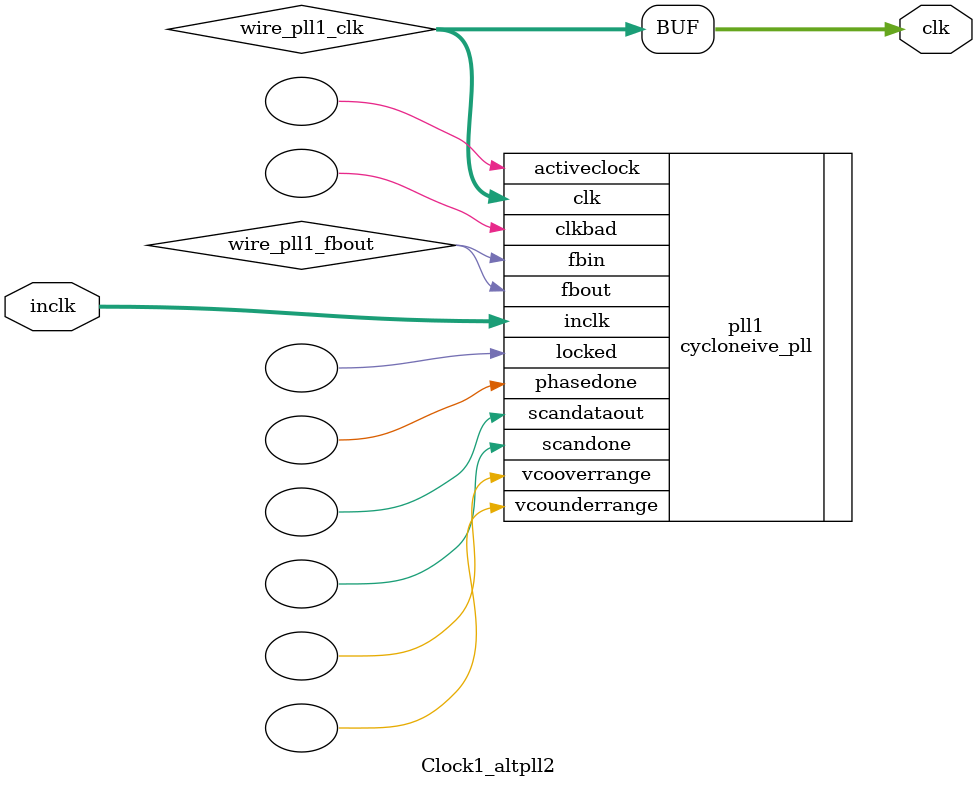
<source format=v>






//synthesis_resources = cycloneive_pll 1 
//synopsys translate_off
`timescale 1 ps / 1 ps
//synopsys translate_on
module  Clock1_altpll2
	( 
	clk,
	inclk) /* synthesis synthesis_clearbox=1 */;
	output   [4:0]  clk;
	input   [1:0]  inclk;
`ifndef ALTERA_RESERVED_QIS
// synopsys translate_off
`endif
	tri0   [1:0]  inclk;
`ifndef ALTERA_RESERVED_QIS
// synopsys translate_on
`endif

	wire  [4:0]   wire_pll1_clk;
	wire  wire_pll1_fbout;

	cycloneive_pll   pll1
	( 
	.activeclock(),
	.clk(wire_pll1_clk),
	.clkbad(),
	.fbin(wire_pll1_fbout),
	.fbout(wire_pll1_fbout),
	.inclk(inclk),
	.locked(),
	.phasedone(),
	.scandataout(),
	.scandone(),
	.vcooverrange(),
	.vcounderrange()
	`ifndef FORMAL_VERIFICATION
	// synopsys translate_off
	`endif
	,
	.areset(1'b0),
	.clkswitch(1'b0),
	.configupdate(1'b0),
	.pfdena(1'b1),
	.phasecounterselect({3{1'b0}}),
	.phasestep(1'b0),
	.phaseupdown(1'b0),
	.scanclk(1'b0),
	.scanclkena(1'b1),
	.scandata(1'b0)
	`ifndef FORMAL_VERIFICATION
	// synopsys translate_on
	`endif
	);
	defparam
		pll1.bandwidth_type = "auto",
		pll1.clk0_divide_by = 50,
		pll1.clk0_duty_cycle = 25,
		pll1.clk0_multiply_by = 1,
		pll1.clk0_phase_shift = "0",
		pll1.clk1_divide_by = 50,
		pll1.clk1_duty_cycle = 50,
		pll1.clk1_multiply_by = 1,
		pll1.clk1_phase_shift = "0",
		pll1.compensate_clock = "clk0",
		pll1.inclk0_input_frequency = 20000,
		pll1.operation_mode = "normal",
		pll1.pll_type = "auto",
		pll1.lpm_type = "cycloneive_pll";
	assign
		clk = {wire_pll1_clk[4:0]};
endmodule //Clock1_altpll2
//VALID FILE

</source>
